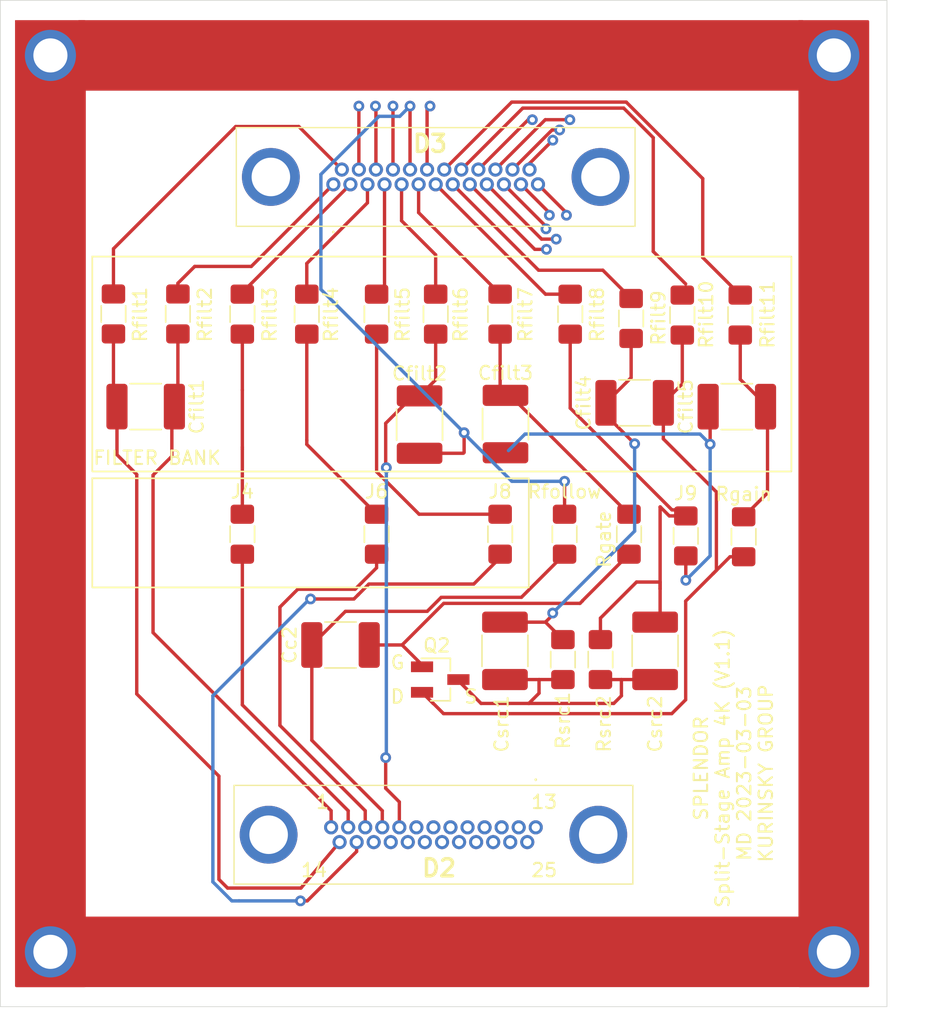
<source format=kicad_pcb>
(kicad_pcb (version 20211014) (generator pcbnew)
  (title_block (title "Split-stage HEMT amplifier 4K board") (date "2022-09-07") (rev "1.0"))
  (layers (0 "F.Cu" signal) (31 "B.Cu" signal) (34 "B.Paste" user) (35 "F.Paste" user) (36 "B.SilkS" user "B.Silkscreen") (37 "F.SilkS" user "F.Silkscreen") (38 "B.Mask" user) (39 "F.Mask" user) (44 "Edge.Cuts" user))
  (net 0 "")
  (net 1 "1")
  (net 2 "14")
  (net 3 "21")
  (net 4 "20")
  (net 5 "17")
  (net 6 "GNDF")
  (net 7 "SOURCE")
  (net 8 "DRAIN")
  (net 9 "GATE")
  (net 10 "7")
  (net 11 "8")
  (net 12 "c")
  (net 13 "d")
  (net 14 "2")
  (net 15 "3")
  (net 16 "4m")
  (net 17 "e")
  (net 18 "g")
  (net 19 "18")
  (net 20 "CF5")
  (net 21 "CS1")
  (net 22 "J9-Rfilt8")
  (net 23 "J8")
  (footprint "Capacitor_SMD:C_1812_4532Metric_Pad1.57x3.40mm_HandSolder" (layer "F.Cu") (at 73.406 87.122 180)
    (fp_text reference "Сfilt4" (at 3.8 0 90) (layer "F.SilkS"))
    (fp_text value "С")
    (fp_line (start -1.161252 -1.71) (end 1.161252 -1.71) (layer "F.SilkS") (width 0.12))
    (fp_line (start -1.161252 1.71) (end 1.161252 1.71) (layer "F.SilkS") (width 0.12))
    (pad "2" smd roundrect (at 2.1375 0 180) (size 1.575 3.4) (layers "F.Cu" "F.Paste" "F.Mask") (roundrect_rratio 0.1587301587) (net 21 "CS1"))
    (pad "8" smd roundrect (at -2.1375 0 180) (size 1.575 3.4) (layers "F.Cu" "F.Paste" "F.Mask") (roundrect_rratio 0.1587301587) (net 8 "DRAIN"))
  )
  (footprint "MyFootprintLibrary:SOT-23-Handsolder" (layer "F.Cu") (at 58.92 107.726)
    (fp_text reference "Q2" (at -0.254 -2.54) (layer "F.SilkS"))
    (fp_text value "Q_NJFET_GDS")
    (fp_text user "G" (at -3.175 -1.27) (layer "F.SilkS"))
    (fp_text user "D" (at -3.175 1.27) (layer "F.SilkS"))
    (fp_line (start 0.76 1.58) (end 0.76 0.65) (layer "F.SilkS") (width 0.12))
    (fp_line (start 0.76 1.58) (end -0.7 1.58) (layer "F.SilkS") (width 0.12))
    (fp_line (start 0.76 -1.58) (end -1.4 -1.58) (layer "F.SilkS") (width 0.12))
    (fp_line (start 0.76 -1.58) (end 0.76 -0.65) (layer "F.SilkS") (width 0.12))
    (pad "1" smd rect locked (at -1.35 -0.95) (size 1.65 0.8) (layers "F.Cu" "F.Paste" "F.Mask") (net 9 "GATE"))
    (pad "2" smd rect locked (at -1.35 0.95) (size 1.65 0.8) (layers "F.Cu" "F.Paste" "F.Mask") (net 8 "DRAIN"))
    (pad "3" smd rect locked (at 1.36 0) (size 1.65 0.8) (layers "F.Cu" "F.Paste" "F.Mask") (net 7 "SOURCE"))
  )
  (footprint "" (layer "F.Cu") (at 29.892 129.520401)
    (fp_text reference "" (at 0 0) (layer "F.SilkS") (effects (font (size 1.27 1.27))))
    (fp_text value "" (at 0 0) (layer "F.SilkS") (effects (font (size 1.27 1.27))))
    (pad "1" thru_hole circle (at 0 -1.519401) (size 3.81 3.81) (drill 2.54) (layers *.Cu *.Mask) (net 6 "GNDF"))
  )
  (footprint "Resistor_SMD:R_1206_3216Metric_Pad1.42x1.75mm_HandSolder" (layer "F.Cu") (at 70.858 106.2385 90)
    (fp_text reference "Rsrc2" (at -4.7895 0.254 270) (layer "F.SilkS"))
    (fp_text value "R")
    (fp_line (start -0.602064 -0.91) (end 0.602064 -0.91) (layer "F.SilkS") (width 0.12))
    (fp_line (start -0.602064 0.91) (end 0.602064 0.91) (layer "F.SilkS") (width 0.12))
    (pad "1" smd roundrect locked (at -1.4875 0 90) (size 1.425 1.75) (layers "F.Cu" "F.Paste" "F.Mask") (roundrect_rratio 0.1754385965) (net 7 "SOURCE"))
    (pad "2" smd roundrect locked (at 1.4875 0 90) (size 1.425 1.75) (layers "F.Cu" "F.Paste" "F.Mask") (roundrect_rratio 0.1754385965) (net 12 "c"))
  )
  (footprint "Resistor_SMD:R_1206_3216Metric_Pad1.42x1.75mm_HandSolder" (layer "F.Cu") (at 68.186856 96.901599 90)
    (fp_text reference "Rfollow" (at 3.175 0) (layer "F.SilkS"))
    (fp_text value "R")
    (fp_line (start -0.602064 -0.91) (end 0.602064 -0.91) (layer "F.SilkS") (width 0.12))
    (fp_line (start -0.602064 0.91) (end 0.602064 0.91) (layer "F.SilkS") (width 0.12))
    (pad "1" smd roundrect locked (at -1.4875 0 90) (size 1.425 1.75) (layers "F.Cu" "F.Paste" "F.Mask") (roundrect_rratio 0.1754385965) (net 13 "d"))
    (pad "2" smd roundrect locked (at 1.4875 0 90) (size 1.425 1.75) (layers "F.Cu" "F.Paste" "F.Mask") (roundrect_rratio 0.1754385965) (net 19 "18"))
  )
  (footprint "MyFootprintLibrary:0p1 inch mounting hole" (layer "F.Cu") (at 29.362144 61.340401)
    (fp_text reference "J2" hide)
    (fp_text value "Conn_01x01" hide)
    (pad "1" thru_hole circle (at 0.529856 -0.089401) (size 3.81 3.81) (drill 2.54) (layers *.Cu *.Mask) (net 6 "GNDF"))
  )
  (footprint "Capacitor_SMD:C_1812_4532Metric_Pad1.57x3.40mm_HandSolder" (layer "F.Cu") (at 81.018 87.406 180)
    (fp_text reference "Сfilt5" (at 3.8 0 90) (layer "F.SilkS"))
    (fp_text value "С")
    (fp_line (start -1.161252 1.71) (end 1.161252 1.71) (layer "F.SilkS") (width 0.12))
    (fp_line (start -1.161252 -1.71) (end 1.161252 -1.71) (layer "F.SilkS") (width 0.12))
    (pad "1" smd roundrect (at -2.1375 0 180) (size 1.575 3.4) (layers "F.Cu" "F.Paste" "F.Mask") (roundrect_rratio 0.1587301587))
    (pad "2" smd roundrect (at 2.1375 0 180) (size 1.575 3.4) (layers "F.Cu" "F.Paste" "F.Mask") (roundrect_rratio 0.1587301587) (net 20 "CF5"))
  )
  (footprint "Capacitor_SMD:C_1812_4532Metric_Pad1.57x3.40mm_HandSolder" (layer "F.Cu") (at 63.786856 88.701599 90)
    (fp_text reference "Сfilt3" (at 3.8 0) (layer "F.SilkS"))
    (fp_text value "С")
    (fp_line (start -1.161252 -1.71) (end 1.161252 -1.71) (layer "F.SilkS") (width 0.12))
    (fp_line (start -1.161252 1.71) (end 1.161252 1.71) (layer "F.SilkS") (width 0.12))
    (pad "1" smd roundrect (at -2.1375 0 90) (size 1.575 3.4) (layers "F.Cu" "F.Paste" "F.Mask") (roundrect_rratio 0.1587301587) (net 20 "CF5"))
    (pad "2" smd roundrect (at 2.1375 0 90) (size 1.575 3.4) (layers "F.Cu" "F.Paste" "F.Mask") (roundrect_rratio 0.1587301587) (net 17 "e"))
  )
  (footprint "KiCad:380025213L001" (layer "F.Cu") (at 58.586856 70.201599 180)
    (fp_text reference "D3" (at 0.420856 2.383599) (layer "F.SilkS") (effects (font (size 1.27 1.27) (thickness 0.254))))
    (fp_text value "380025213L001" hide)
    (fp_line (start 7.62 -4.25) (end 7.62 -4.25) (layer "F.SilkS") (width 0.1))
    (fp_line (start -14.85 -3.775) (end 14.85 -3.775) (layer "F.SilkS") (width 0.1))
    (fp_line (start 14.85 3.575) (end -14.85 3.575) (layer "F.SilkS") (width 0.1))
    (fp_line (start -14.85 3.575) (end -14.85 -3.775) (layer "F.SilkS") (width 0.1))
    (fp_line (start 7.62 -4.15) (end 7.62 -4.15) (layer "F.SilkS") (width 0.1))
    (fp_line (start 14.85 -3.775) (end 14.85 3.575) (layer "F.SilkS") (width 0.1))
    (fp_arc (start 7.62 -4.25) (mid 7.67 -4.2) (end 7.62 -4.15) (layer "F.SilkS") (width 0.1))
    (fp_arc (start 7.62 -4.15) (mid 7.57 -4.2) (end 7.62 -4.25) (layer "F.SilkS") (width 0.1))
    (pad "1" thru_hole circle (at 7.62 -0.65 180) (size 1.05 1.05) (drill 0.61) (layers *.Cu *.Mask) (net 1 "1"))
    (pad "2" thru_hole circle (at 6.35 -0.65 180) (size 1.05 1.05) (drill 0.61) (layers *.Cu *.Mask) (net 14 "2"))
    (pad "3" thru_hole circle (at 5.08 -0.65 180) (size 1.05 1.05) (drill 0.61) (layers *.Cu *.Mask) (net 15 "3"))
    (pad "4" thru_hole circle (at 3.81 -0.65 180) (size 1.05 1.05) (drill 0.61) (layers *.Cu *.Mask))
    (pad "5" thru_hole circle (at 2.54 -0.65 180) (size 1.05 1.05) (drill 0.61) (layers *.Cu *.Mask))
    (pad "6" thru_hole circle (at 1.27 -0.65 180) (size 1.05 1.05) (drill 0.61) (layers *.Cu *.Mask))
    (pad "7" thru_hole circle (at 0 -0.65 180) (size 1.05 1.05) (drill 0.61) (layers *.Cu *.Mask) (net 10 "7"))
    (pad "8" thru_hole circle (at -1.27 -0.65 180) (size 1.05 1.05) (drill 0.61) (layers *.Cu *.Mask) (net 11 "8"))
    (pad "9" thru_hole circle (at -2.54 -0.65 180) (size 1.05 1.05) (drill 0.61) (layers *.Cu *.Mask))
    (pad "10" thru_hole circle (at -3.81 -0.65 180) (size 1.05 1.05) (drill 0.61) (layers *.Cu *.Mask))
    (pad "11" thru_hole circle (at -5.08 -0.65 180) (size 1.05 1.05) (drill 0.61) (layers *.Cu *.Mask))
    (pad "12" thru_hole circle (at -6.35 -0.65 180) (size 1.05 1.05) (drill 0.61) (layers *.Cu *.Mask))
    (pad "13" thru_hole circle (at -7.62 -0.65 180) (size 1.05 1.05) (drill 0.61) (layers *.Cu *.Mask))
    (pad "14" thru_hole circle (at 6.99 0.45 180) (size 1.05 1.05) (drill 0.61) (layers *.Cu *.Mask) (net 2 "14"))
    (pad "15" thru_hole circle (at 5.72 0.45 180) (size 1.05 1.05) (drill 0.61) (layers *.Cu *.Mask))
    (pad "16" thru_hole circle (at 4.45 0.45 180) (size 1.05 1.05) (drill 0.61) (layers *.Cu *.Mask))
    (pad "17" thru_hole circle (at 3.18 0.45 180) (size 1.05 1.05) (drill 0.61) (layers *.Cu *.Mask))
    (pad "18" thru_hole circle (at 1.91 0.45 180) (size 1.05 1.05) (drill 0.61) (layers *.Cu *.Mask) (net 19 "18"))
    (pad "19" thru_hole circle (at 0.64 0.45 180) (size 1.05 1.05) (drill 0.61) (layers *.Cu *.Mask))
    (pad "20" thru_hole circle (at -0.64 0.45 180) (size 1.05 1.05) (drill 0.61) (layers *.Cu *.Mask) (net 4 "20"))
    (pad "21" thru_hole circle (at -1.91 0.45 180) (size 1.05 1.05) (drill 0.61) (layers *.Cu *.Mask) (net 3 "21"))
    (pad "22" thru_hole circle (at -3.18 0.45 180) (size 1.05 1.05) (drill 0.61) (layers *.Cu *.Mask))
    (pad "23" thru_hole circle (at -4.45 0.45 180) (size 1.05 1.05) (drill 0.61) (layers *.Cu *.Mask))
    (pad "24" thru_hole circle (at -5.72 0.45 180) (size 1.05 1.05) (drill 0.61) (layers *.Cu *.Mask))
    (pad "25" thru_hole circle (at -6.99 0.45 180) (size 1.05 1.05) (drill 0.61) (layers *.Cu *.Mask))
    (pad "MH1" thru_hole circle (at -12.275 -0.1 180) (size 4.305 4.305) (drill 2.87) (layers *.Cu *.Mask))
    (pad "MH2" thru_hole circle (at 12.275 -0.1 180) (size 4.305 4.305) (drill 2.87) (layers *.Cu *.Mask))
  )
  (footprint "Resistor_SMD:R_1206_3216Metric_Pad1.42x1.75mm_HandSolder" (layer "F.Cu") (at 44.186856 96.901599 90)
    (fp_text reference "J4" (at 3.175 0) (layer "F.SilkS"))
    (fp_text value "R")
    (fp_line (start -0.602064 -0.91) (end 0.602064 -0.91) (layer "F.SilkS") (width 0.12))
    (fp_line (start -0.602064 0.91) (end 0.602064 0.91) (layer "F.SilkS") (width 0.12))
    (pad "1" smd roundrect locked (at -1.4875 0 90) (size 1.425 1.75) (layers "F.Cu" "F.Paste" "F.Mask") (roundrect_rratio 0.1754385965))
    (pad "2" smd roundrect locked (at 1.4875 0 90) (size 1.425 1.75) (layers "F.Cu" "F.Paste" "F.Mask") (roundrect_rratio 0.1754385965))
  )
  (footprint "Connector_Dsub:mdm25-male-footprint" (layer "F.Cu") (at 58.42 119.38)
    (fp_text reference "D2" (at 0.420856 2.383599) (layer "F.SilkS") (effects (font (size 1.27 1.27) (thickness 0.254))))
    (fp_text value "Conn_01x25_Male" hide)
    (fp_text user "13" (at 8.255 -2.54) (layer "F.SilkS"))
    (fp_text user "25" (at 8.255 2.54) (layer "F.SilkS"))
    (fp_text user "14" (at -8.89 2.54) (layer "F.SilkS"))
    (fp_text user "1" (at -8.255 -2.54) (layer "F.SilkS"))
    (fp_line (start 14.85 -3.775) (end 14.85 3.575) (layer "F.SilkS") (width 0.1))
    (fp_line (start 14.85 3.575) (end -14.85 3.575) (layer "F.SilkS") (width 0.1))
    (fp_line (start -14.85 -3.775) (end 14.85 -3.775) (layer "F.SilkS") (width 0.1))
    (fp_line (start 7.62 -4.15) (end 7.62 -4.15) (layer "F.SilkS") (width 0.1))
    (fp_line (start 7.62 -4.25) (end 7.62 -4.25) (layer "F.SilkS") (width 0.1))
    (fp_line (start -14.85 3.575) (end -14.85 -3.775) (layer "F.SilkS") (width 0.1))
    (fp_arc (start 7.62 -4.15) (mid 7.57 -4.2) (end 7.62 -4.25) (layer "F.SilkS") (width 0.1))
    (fp_arc (start 7.62 -4.25) (mid 7.67 -4.2) (end 7.62 -4.15) (layer "F.SilkS") (width 0.1))
    (pad "1" thru_hole circle (at -7.62 -0.65) (size 1.05 1.05) (drill 0.61) (layers *.Cu *.Mask))
    (pad "2" thru_hole circle (at -6.35 -0.65) (size 1.05 1.05) (drill 0.61) (layers *.Cu *.Mask))
    (pad "3" thru_hole circle (at -5.08 -0.65) (size 1.05 1.05) (drill 0.61) (layers *.Cu *.Mask))
    (pad "4" thru_hole circle (at -3.81 -0.65) (size 1.05 1.05) (drill 0.61) (layers *.Cu *.Mask) (net 13 "d"))
    (pad "5" thru_hole circle (at -2.54 -0.65) (size 1.05 1.05) (drill 0.61) (layers *.Cu *.Mask) (net 18 "g"))
    (pad "6" thru_hole circle (at -1.27 -0.65) (size 1.05 1.05) (drill 0.61) (layers *.Cu *.Mask))
    (pad "7" thru_hole circle (at 0 -0.65) (size 1.05 1.05) (drill 0.61) (layers *.Cu *.Mask))
    (pad "8" thru_hole circle (at 1.27 -0.65) (size 1.05 1.05) (drill 0.61) (layers *.Cu *.Mask))
    (pad "9" thru_hole circle (at 2.54 -0.65) (size 1.05 1.05) (drill 0.61) (layers *.Cu *.Mask))
    (pad "10" thru_hole circle (at 3.81 -0.65) (size 1.05 1.05) (drill 0.61) (layers *.Cu *.Mask))
    (pad "11" thru_hole circle (at 5.08 -0.65) (size 1.05 1.05) (drill 0.61) (layers *.Cu *.Mask))
    (pad "12" thru_hole circle (at 6.35 -0.65) (size 1.05 1.05) (drill 0.61) (layers *.Cu *.Mask))
    (pad "13" thru_hole circle (at 7.62 -0.65) (size 1.05 1.05) (drill 0.61) (layers *.Cu *.Mask))
    (pad "14" thru_hole circle (at -6.99 0.45) (size 1.05 1.05) (drill 0.61) (layers *.Cu *.Mask) (net 16 "4m"))
    (pad "15" thru_hole circle (at -5.72 0.45) (size 1.05 1.05) (drill 0.61) (layers *.Cu *.Mask) (net 16 "4m"))
    (pad "16" thru_hole circle (at -4.45 0.45) (size 1.05 1.05) (drill 0.61) (layers *.Cu *.Mask))
    (pad "17" thru_hole circle (at -3.18 0.45) (size 1.05 1.05) (drill 0.61) (layers *.Cu *.Mask) (net 5 "17"))
    (pad "18" thru_hole circle (at -1.91 0.45) (size 1.05 1.05) (drill 0.61) (layers *.Cu *.Mask))
    (pad "19" thru_hole circle (at -0.64 0.45) (size 1.05 1.05) (drill 0.61) (layers *.Cu *.Mask))
    (pad "20" thru_hole circle (at 0.64 0.45) (size 1.05 1.05) (drill 0.61) (layers *.Cu *.Mask))
    (pad "21" thru_hole circle (at 1.91 0.45) (size 1.05 1.05) (drill 0.61) (layers *.Cu *.Mask))
    (pad "22" thru_hole circle (at 3.18 0.45) (size 1.05 1.05) (drill 0.61) (layers *.Cu *.Mask))
    (pad "23" thru_hole circle (at 4.45 0.45) (size 1.05 1.05) (drill 0.61) (layers *.Cu *.Mask))
    (pad "24" thru_hole circle (at 5.72 0.45) (size 1.05 1.05) (drill 0.61) (layers *.Cu *.Mask))
    (pad "25" thru_hole circle (at 6.99 0.45) (size 1.05 1.05) (drill 0.61) (layers *.Cu *.Mask))
    (pad "MH1" thru_hole circle (at -12.275 -0.1) (size 4.305 4.305) (drill 2.87) (layers *.Cu *.Mask))
    (pad "MH2" thru_hole circle (at 12.275 -0.1) (size 4.305 4.305) (drill 2.87) (layers *.Cu *.Mask))
  )
  (footprint "Capacitor_SMD:C_1812_4532Metric_Pad1.57x3.40mm_HandSolder" (layer "F.Cu") (at 57.386856 88.739099 90)
    (fp_text reference "Сfilt2" (at 3.8 0) (layer "F.SilkS"))
    (fp_text value "С")
    (fp_line (start -1.161252 1.71) (end 1.161252 1.71) (layer "F.SilkS") (width 0.12))
    (fp_line (start -1.161252 -1.71) (end 1.161252 -1.71) (layer "F.SilkS") (width 0.12))
    (pad "1" smd roundrect (at -2.1375 0 90) (size 1.575 3.4) (layers "F.Cu" "F.Paste" "F.Mask") (roundrect_rratio 0.1587301587) (net 19 "18"))
    (pad "2" smd roundrect (at 2.1375 0 90) (size 1.575 3.4) (layers "F.Cu" "F.Paste" "F.Mask") (roundrect_rratio 0.1587301587) (net 18 "g"))
  )
  (footprint "Resistor_SMD:R_1206_3216Metric_Pad1.42x1.75mm_HandSolder" (layer "F.Cu") (at 58.586856 80.514099 90)
    (fp_text reference "Rfilt6" (at -0.033901 1.857144 90) (layer "F.SilkS"))
    (fp_text value "R")
    (fp_line (start -0.602064 -0.91) (end 0.602064 -0.91) (layer "F.SilkS") (width 0.12))
    (fp_line (start -0.602064 0.91) (end 0.602064 0.91) (layer "F.SilkS") (width 0.12))
    (pad "1" smd roundrect locked (at -1.4875 0 90) (size 1.425 1.75) (layers "F.Cu" "F.Paste" "F.Mask") (roundrect_rratio 0.1754385965) (net 18 "g"))
    (pad "2" smd roundrect locked (at 1.4875 0 90) (size 1.425 1.75) (layers "F.Cu" "F.Paste" "F.Mask") (roundrect_rratio 0.1754385965))
  )
  (footprint "Capacitor_SMD:C_1812_4532Metric_Pad1.57x3.40mm_HandSolder" (layer "F.Cu") (at 36.986856 87.401599)
    (fp_text reference "Сfilt1" (at 3.8 0 90) (layer "F.SilkS"))
    (fp_text value "С")
    (fp_line (start -1.161252 -1.71) (end 1.161252 -1.71) (layer "F.SilkS") (width 0.12))
    (fp_line (start -1.161252 1.71) (end 1.161252 1.71) (layer "F.SilkS") (width 0.12))
    (pad "1" smd roundrect (at -2.1375 0) (size 1.575 3.4) (layers "F.Cu" "F.Paste" "F.Mask") (roundrect_rratio 0.1587301587) (net 16 "4m"))
    (pad "2" smd roundrect (at 2.1375 0) (size 1.575 3.4) (layers "F.Cu" "F.Paste" "F.Mask") (roundrect_rratio 0.1587301587))
  )
  (footprint "Resistor_SMD:R_1206_3216Metric_Pad1.42x1.75mm_HandSolder" (layer "F.Cu") (at 72.986856 96.901599 90)
    (fp_text reference "Rgate" (at -0.380401 -1.866856 90) (layer "F.SilkS"))
    (fp_text value "R")
    (fp_line (start -0.602064 0.91) (end 0.602064 0.91) (layer "F.SilkS") (width 0.12))
    (fp_line (start -0.602064 -0.91) (end 0.602064 -0.91) (layer "F.SilkS") (width 0.12))
    (pad "1" smd roundrect locked (at -1.4875 0 90) (size 1.425 1.75) (layers "F.Cu" "F.Paste" "F.Mask") (roundrect_rratio 0.1754385965) (net 9 "GATE"))
    (pad "2" smd roundrect locked (at 1.4875 0 90) (size 1.425 1.75) (layers "F.Cu" "F.Paste" "F.Mask") (roundrect_rratio 0.1754385965) (net 17 "e"))
  )
  (footprint "Resistor_SMD:R_1206_3216Metric_Pad1.42x1.75mm_HandSolder" (layer "F.Cu") (at 77.2165 97.03 90)
    (fp_text reference "J9" (at 3.175 0) (layer "F.SilkS"))
    (fp_text value "R")
    (fp_line (start -0.602064 0.91) (end 0.602064 0.91) (layer "F.SilkS") (width 0.12))
    (fp_line (start -0.602064 -0.91) (end 0.602064 -0.91) (layer "F.SilkS") (width 0.12))
    (pad "1" smd roundrect locked (at -1.4875 0 90) (size 1.425 1.75) (layers "F.Cu" "F.Paste" "F.Mask") (roundrect_rratio 0.1754385965) (net 20 "CF5"))
    (pad "2" smd roundrect locked (at 1.4875 0 90) (size 1.425 1.75) (layers "F.Cu" "F.Paste" "F.Mask") (roundrect_rratio 0.1754385965) (net 22 "J9-Rfilt8"))
  )
  (footprint "Capacitor_SMD:C_1812_4532Metric_Pad1.57x3.40mm_HandSolder" (layer "F.Cu") (at 74.93 105.5885 90)
    (fp_text reference "Сsrc2" (at -5.4395 0 90) (layer "F.SilkS"))
    (fp_text value "С")
    (fp_line (start -1.161252 -1.71) (end 1.161252 -1.71) (layer "F.SilkS") (width 0.12))
    (fp_line (start -1.161252 1.71) (end 1.161252 1.71) (layer "F.SilkS") (width 0.12))
    (pad "1" smd roundrect (at -2.1375 0 90) (size 1.575 3.4) (layers "F.Cu" "F.Paste" "F.Mask") (roundrect_rratio 0.1587301587) (net 7 "SOURCE"))
    (pad "2" smd roundrect (at 2.1375 0 90) (size 1.575 3.4) (layers "F.Cu" "F.Paste" "F.Mask") (roundrect_rratio 0.1587301587) (net 12 "c"))
  )
  (footprint "" (layer "F.Cu") (at 95.242 133.126)
    (fp_text reference "" (at 0 0) (layer "F.SilkS") (effects (font (size 1.27 1.27))))
    (fp_text value "" (at 0 0) (layer "F.SilkS") (effects (font (size 1.27 1.27))))
    (pad "1" thru_hole circle (at -7 -5.125) (size 3.81 3.81) (drill 2.54) (layers *.Cu *.Mask) (net 6 "GNDF"))
  )
  (footprint "Resistor_SMD:R_1206_3216Metric_Pad1.42x1.75mm_HandSolder" (layer "F.Cu") (at 73.144 80.8385 90)
    (fp_text reference "Rfilt9" (at 0.0365 2.032 270) (layer "F.SilkS"))
    (fp_text value "R")
    (fp_line (start -0.602064 0.91) (end 0.602064 0.91) (layer "F.SilkS") (width 0.12))
    (fp_line (start -0.602064 -0.91) (end 0.602064 -0.91) (layer "F.SilkS") (width 0.12))
    (pad "1" smd roundrect locked (at -1.4875 0 90) (size 1.425 1.75) (layers "F.Cu" "F.Paste" "F.Mask") (roundrect_rratio 0.1754385965) (net 21 "CS1"))
    (pad "2" smd roundrect locked (at 1.4875 0 90) (size 1.425 1.75) (layers "F.Cu" "F.Paste" "F.Mask") (roundrect_rratio 0.1754385965) (net 11 "8"))
  )
  (footprint "Resistor_SMD:R_1206_3216Metric_Pad1.42x1.75mm_HandSolder" (layer "F.Cu") (at 68.064 106.2385 -90)
    (fp_text reference "Rsrc1" (at 4.5355 0 90) (layer "F.SilkS"))
    (fp_text value "R")
    (fp_line (start -0.602064 0.91) (end 0.602064 0.91) (layer "F.SilkS") (width 0.12))
    (fp_line (start -0.602064 -0.91) (end 0.602064 -0.91) (layer "F.SilkS") (width 0.12))
    (pad "1" smd roundrect locked (at -1.4875 0 270) (size 1.425 1.75) (layers "F.Cu" "F.Paste" "F.Mask") (roundrect_rratio 0.1754385965) (net 21 "CS1"))
    (pad "2" smd roundrect locked (at 1.4875 0 270) (size 1.425 1.75) (layers "F.Cu" "F.Paste" "F.Mask") (roundrect_rratio 0.1754385965) (net 7 "SOURCE"))
  )
  (footprint "Resistor_SMD:R_1206_3216Metric_Pad1.42x1.75mm_HandSolder" (layer "F.Cu") (at 68.6065 80.5185 90)
    (fp_text reference "Rfilt8" (at -0.0295 1.9975 90) (layer "F.SilkS"))
    (fp_text value "R")
    (fp_line (start -0.602064 0.91) (end 0.602064 0.91) (layer "F.SilkS") (width 0.12))
    (fp_line (start -0.602064 -0.91) (end 0.602064 -0.91) (layer "F.SilkS") (width 0.12))
    (pad "1" smd roundrect locked (at -1.4875 0 90) (size 1.425 1.75) (layers "F.Cu" "F.Paste" "F.Mask") (roundrect_rratio 0.1754385965) (net 22 "J9-Rfilt8"))
    (pad "2" smd roundrect locked (at 1.4875 0 90) (size 1.425 1.75) (layers "F.Cu" "F.Paste" "F.Mask") (roundrect_rratio 0.1754385965) (net 10 "7"))
  )
  (footprint "Resistor_SMD:R_1206_3216Metric_Pad1.42x1.75mm_HandSolder" (layer "F.Cu") (at 54.186856 80.514099 90)
    (fp_text reference "Rfilt5" (at -0.033901 1.939144 90) (layer "F.SilkS"))
    (fp_text value "R")
    (fp_line (start -0.602064 -0.91) (end 0.602064 -0.91) (layer "F.SilkS") (width 0.12))
    (fp_line (start -0.602064 0.91) (end 0.602064 0.91) (layer "F.SilkS") (width 0.12))
    (pad "1" smd roundrect locked (at -1.4875 0 90) (size 1.425 1.75) (layers "F.Cu" "F.Paste" "F.Mask") (roundrect_rratio 0.1754385965) (net 23 "J8"))
    (pad "2" smd roundrect locked (at 1.4875 0 90) (size 1.425 1.75) (layers "F.Cu" "F.Paste" "F.Mask") (roundrect_rratio 0.1754385965))
  )
  (footprint "MyFootprintLibrary:0p1 inch mounting hole" (layer "F.Cu") (at 89.092 60.301)
    (fp_text reference "J2" hide)
    (fp_text value "Conn_01x01" hide)
    (pad "1" thru_hole circle (at -0.85 0.95) (size 3.81 3.81) (drill 2.54) (layers *.Cu *.Mask) (net 6 "GNDF"))
  )
  (footprint "Resistor_SMD:R_1206_3216Metric_Pad1.42x1.75mm_HandSolder" (layer "F.Cu") (at 81.272 80.5845 90)
    (fp_text reference "Rfilt11" (at 0.0365 2.032 90) (layer "F.SilkS"))
    (fp_text value "R")
    (fp_line (start -0.602064 0.91) (end 0.602064 0.91) (layer "F.SilkS") (width 0.12))
    (fp_line (start -0.602064 -0.91) (end 0.602064 -0.91) (layer "F.SilkS") (width 0.12))
    (pad "1" smd roundrect locked (at -1.4875 0 90) (size 1.425 1.75) (layers "F.Cu" "F.Paste" "F.Mask") (roundrect_rratio 0.1754385965))
    (pad "2" smd roundrect locked (at 1.4875 0 90) (size 1.425 1.75) (layers "F.Cu" "F.Paste" "F.Mask") (roundrect_rratio 0.1754385965) (net 4 "20"))
  )
  (footprint "Resistor_SMD:R_1206_3216Metric_Pad1.42x1.75mm_HandSolder" (layer "F.Cu") (at 48.986856 80.514099 90)
    (fp_text reference "Rfilt4" (at -0.033901 1.805144 90) (layer "F.SilkS"))
    (fp_text value "R")
    (fp_line (start -0.602064 -0.91) (end 0.602064 -0.91) (layer "F.SilkS") (width 0.12))
    (fp_line (start -0.602064 0.91) (end 0.602064 0.91) (layer "F.SilkS") (width 0.12))
    (pad "1" smd roundrect locked (at -1.4875 0 90) (size 1.425 1.75) (layers "F.Cu" "F.Paste" "F.Mask") (roundrect_rratio 0.1754385965))
    (pad "2" smd roundrect locked (at 1.4875 0 90) (size 1.425 1.75) (layers "F.Cu" "F.Paste" "F.Mask") (roundrect_rratio 0.1754385965) (net 15 "3"))
  )
  (footprint "Resistor_SMD:R_1206_3216Metric_Pad1.42x1.75mm_HandSolder" (layer "F.Cu") (at 63.386856 80.514099 90)
    (fp_text reference "Rfilt7" (at -0.033901 1.883144 90) (layer "F.SilkS"))
    (fp_text value "R")
    (fp_line (start -0.602064 -0.91) (end 0.602064 -0.91) (layer "F.SilkS") (width 0.12))
    (fp_line (start -0.602064 0.91) (end 0.602064 0.91) (layer "F.SilkS") (width 0.12))
    (pad "1" smd roundrect locked (at -1.4875 0 90) (size 1.425 1.75) (layers "F.Cu" "F.Paste" "F.Mask") (roundrect_rratio 0.1754385965) (net 17 "e"))
    (pad "2" smd roundrect locked (at 1.4875 0 90) (size 1.425 1.75) (layers "F.Cu" "F.Paste" "F.Mask") (roundrect_rratio 0.1754385965))
  )
  (footprint "Resistor_SMD:R_1206_3216Metric_Pad1.42x1.75mm_HandSolder" (layer "F.Cu") (at 76.954 80.5845 90)
    (fp_text reference "Rfilt10" (at 0.0365 1.778 90) (layer "F.SilkS"))
    (fp_text value "R")
    (fp_line (start -0.602064 0.91) (end 0.602064 0.91) (layer "F.SilkS") (width 0.12))
    (fp_line (start -0.602064 -0.91) (end 0.602064 -0.91) (layer "F.SilkS") (width 0.12))
    (pad "1" smd roundrect locked (at -1.4875 0 90) (size 1.425 1.75) (layers "F.Cu" "F.Paste" "F.Mask") (roundrect_rratio 0.1754385965) (net 8 "DRAIN"))
    (pad "2" smd roundrect locked (at 1.4875 0 90) (size 1.425 1.75) (layers "F.Cu" "F.Paste" "F.Mask") (roundrect_rratio 0.1754385965) (net 3 "21"))
  )
  (footprint "Capacitor_SMD:C_1812_4532Metric_Pad1.57x3.40mm_HandSolder" (layer "F.Cu") (at 51.499356 105.151599 180)
    (fp_text reference "Сc2" (at 3.8 0 90) (layer "F.SilkS"))
    (fp_text value "С")
    (fp_line (start -1.161252 -1.71) (end 1.161252 -1.71) (layer "F.SilkS") (width 0.12))
    (fp_line (start -1.161252 1.71) (end 1.161252 1.71) (layer "F.SilkS") (width 0.12))
    (pad "1" smd roundrect (at -2.1375 0 180) (size 1.575 3.4) (layers "F.Cu" "F.Paste" "F.Mask") (roundrect_rratio 0.1587301587) (net 9 "GATE"))
    (pad "2" smd roundrect (at 2.1375 0 180) (size 1.575 3.4) (layers "F.Cu" "F.Paste" "F.Mask") (roundrect_rratio 0.1587301587) (net 13 "d"))
  )
  (footprint "Resistor_SMD:R_1206_3216Metric_Pad1.42x1.75mm_HandSolder" (layer "F.Cu") (at 39.386856 80.501599 90)
    (fp_text reference "Rfilt2" (at -0.046401 2.007144 90) (layer "F.SilkS"))
    (fp_text value "R")
    (fp_line (start -0.602064 0.91) (end 0.602064 0.91) (layer "F.SilkS") (width 0.12))
    (fp_line (start -0.602064 -0.91) (end 0.602064 -0.91) (layer "F.SilkS") (width 0.12))
    (pad "1" smd roundrect locked (at -1.4875 0 90) (size 1.425 1.75) (layers "F.Cu" "F.Paste" "F.Mask") (roundrect_rratio 0.1754385965))
    (pad "2" smd roundrect locked (at 1.4875 0 90) (size 1.425 1.75) (layers "F.Cu" "F.Paste" "F.Mask") (roundrect_rratio 0.1754385965) (net 1 "1"))
  )
  (footprint "Capacitor_SMD:C_1812_4532Metric_Pad1.57x3.40mm_HandSolder" (layer "F.Cu") (at 63.746 105.5885 -90)
    (fp_text reference "Сsrc1" (at 5.4395 0.254 90) (layer "F.SilkS"))
    (fp_text value "С")
    (fp_line (start -1.161252 -1.71) (end 1.161252 -1.71) (layer "F.SilkS") (width 0.12))
    (fp_line (start -1.161252 1.71) (end 1.161252 1.71) (layer "F.SilkS") (width 0.12))
    (pad "1" smd roundrect (at -2.1375 0 270) (size 1.575 3.4) (layers "F.Cu" "F.Paste" "F.Mask") (roundrect_rratio 0.1587301587) (net 21 "CS1"))
    (pad "2" smd roundrect (at 2.1375 0 270) (size 1.575 3.4) (layers "F.Cu" "F.Paste" "F.Mask") (roundrect_rratio 0.1587301587) (net 7 "SOURCE"))
  )
  (footprint "Resistor_SMD:R_1206_3216Metric_Pad1.42x1.75mm_HandSolder" (layer "F.Cu") (at 54.186856 96.901599 90)
    (fp_text reference "J6" (at 3.175 0) (layer "F.SilkS"))
    (fp_text value "R")
    (fp_line (start -0.602064 -0.91) (end 0.602064 -0.91) (layer "F.SilkS") (width 0.12))
    (fp_line (start -0.602064 0.91) (end 0.602064 0.91) (layer "F.SilkS") (width 0.12))
    (pad "1" smd roundrect locked (at -1.4875 0 90) (size 1.425 1.75) (layers "F.Cu" "F.Paste" "F.Mask") (roundrect_rratio 0.1754385965))
    (pad "2" smd roundrect locked (at 1.4875 0 90) (size 1.425 1.75) (layers "F.Cu" "F.Paste" "F.Mask") (roundrect_rratio 0.1754385965))
  )
  (footprint "Resistor_SMD:R_1206_3216Metric_Pad1.42x1.75mm_HandSolder" (layer "F.Cu") (at 63.386856 96.901599 90)
    (fp_text reference "J8" (at 3.175 0) (layer "F.SilkS"))
    (fp_text value "R")
    (fp_line (start -0.602064 -0.91) (end 0.602064 -0.91) (layer "F.SilkS") (width 0.12))
    (fp_line (start -0.602064 0.91) (end 0.602064 0.91) (layer "F.SilkS") (width 0.12))
    (pad "1" smd roundrect locked (at -1.4875 0 90) (size 1.425 1.75) (layers "F.Cu" "F.Paste" "F.Mask") (roundrect_rratio 0.1754385965) (net 16 "4m"))
    (pad "2" smd roundrect locked (at 1.4875 0 90) (size 1.425 1.75) (layers "F.Cu" "F.Paste" "F.Mask") (roundrect_rratio 0.1754385965) (net 23 "J8"))
  )
  (footprint "Resistor_SMD:R_1206_3216Metric_Pad1.42x1.75mm_HandSolder" (layer "F.Cu") (at 81.526 97.0945 90)
    (fp_text reference "Rgain" (at 3.175 0) (layer "F.SilkS"))
    (fp_text value "R")
    (fp_line (start -0.602064 -0.91) (end 0.602064 -0.91) (layer "F.SilkS") (width 0.12))
    (fp_line (start -0.602064 0.91) (end 0.602064 0.91) (layer "F.SilkS") (width 0.12))
    (pad "1" smd roundrect locked (at -1.4875 0 90) (size 1.425 1.75) (layers "F.Cu" "F.Paste" "F.Mask") (roundrect_rratio 0.1754385965) (net 8 "DRAIN"))
    (pad "2" smd roundrect locked (at 1.4875 0 90) (size 1.425 1.75) (layers "F.Cu" "F.Paste" "F.Mask") (roundrect_rratio 0.1754385965))
  )
  (footprint "Resistor_SMD:R_1206_3216Metric_Pad1.42x1.75mm_HandSolder" (layer "F.Cu") (at 44.186856 80.514099 90)
    (fp_text reference "Rfilt3" (at -0.033901 2.033144 90) (layer "F.SilkS"))
    (fp_text value "R")
    (fp_line (start -0.602064 0.91) (end 0.602064 0.91) (layer "F.SilkS") (width 0.12))
    (fp_line (start -0.602064 -0.91) (end 0.602064 -0.91) (layer "F.SilkS") (width 0.12))
    (pad "1" smd roundrect locked (at -1.4875 0 90) (size 1.425 1.75) (layers "F.Cu" "F.Paste" "F.Mask") (roundrect_rratio 0.1754385965))
    (pad "2" smd roundrect locked (at 1.4875 0 90) (size 1.425 1.75) (layers "F.Cu" "F.Paste" "F.Mask") (roundrect_rratio 0.1754385965) (net 14 "2"))
  )
  (footprint "Resistor_SMD:R_1206_3216Metric_Pad1.42x1.75mm_HandSolder" (layer "F.Cu") (at 34.586856 80.501599 90)
    (fp_text reference "Rfilt1" (at -0.046401 1.981144 90) (layer "F.SilkS"))
    (fp_text value "R")
    (fp_line (start -0.602064 -0.91) (end 0.602064 -0.91) (layer "F.SilkS") (width 0.12))
    (fp_line (start -0.602064 0.91) (end 0.602064 0.91) (layer "F.SilkS") (width 0.12))
    (pad "1" smd roundrect locked (at -1.4875 0 90) (size 1.425 1.75) (layers "F.Cu" "F.Paste" "F.Mask") (roundrect_rratio 0.1754385965) (net 16 "4m"))
    (pad "2" smd roundrect locked (at 1.4875 0 90) (size 1.425 1.75) (layers "F.Cu" "F.Paste" "F.Mask") (roundrect_rratio 0.1754385965) (net 2 "14"))
  )
  (gr_rect (start 32.032 125.476) (end 85.852 130.526) (layer "F.Cu") (width 0.2) (fill solid))
  (gr_rect (start 32.082 58.726) (end 85.902 63.776) (layer "F.Cu") (width 0.2) (fill solid))
  (gr_rect (start 85.707 58.726) (end 90.777 130.536) (layer "F.Cu") (width 0.2) (fill solid))
  (gr_rect (start 27.357 58.726) (end 32.427 130.536) (layer "F.Cu") (width 0.2) (fill solid))
  (gr_rect (start 33.012 76.23) (end 85.082 92.232) (layer "F.SilkS") (width 0.12) (fill none))
  (gr_rect (start 33.012 92.74) (end 65.524 100.868) (layer "F.SilkS") (width 0.12) (fill none))
  (gr_rect (start 26.162 57.15) (end 92.202 132.08) (layer "Edge.Cuts") (width 0.05) (fill none))
  (gr_text "FILTER BANK" (at 37.838 91.216) (layer "F.SilkS") (effects (font (size 1 1))))
  (gr_text "S" (at 61.206 108.996) (layer "F.SilkS") (effects (font (size 1 1))))
  (gr_text "SPLENDOR\nSplit-Stage Amp 4K (V1.1)\nMD 2023-03-03 \nKURINSKY GROUP " (at 80.764 114.33 90) (layer "F.SilkS") (effects (font (size 1 1))))
  (segment (start 44.186856 90.431144) (end 44.186856 90.570856) (width 0.25) (layer "F.Cu") (net 0))
  (segment (start 56.046856 73.561599) (end 58.586856 76.101599) (width 0.25) (layer "F.Cu") (net 0))
  (segment (start 38.936856 91.101599) (end 37.536856 92.501599) (width 0.25) (layer "F.Cu") (net 0))
  (segment (start 54.186856 99.401599) (end 52.586856 101.001599) (width 0.25) (layer "F.Cu") (net 0))
  (segment (start 52.586856 101.001599) (end 48.314064 101.001599) (width 0.25) (layer "F.Cu") (net 0))
  (segment (start 58.586856 76.101599) (end 58.586856 79.026599) (width 0.25) (layer "F.Cu") (net 0))
  (segment (start 48.314064 101.001599) (end 46.986856 102.328807) (width 0.25) (layer "F.Cu") (net 0))
  (segment (start 67.818 66.802) (end 67.256455 66.802) (width 0.25) (layer "F.Cu") (net 0))
  (segment (start 65.576856 69.297144) (end 65.576856 69.751599) (width 0.25) (layer "F.Cu") (net 0))
  (segment (start 66.802 73.986743) (end 63.666856 70.851599) (width 0.25) (layer "F.Cu") (net 0))
  (segment (start 56.046856 70.851599) (end 56.046856 73.561599) (width 0.25) (layer "F.Cu") (net 0))
  (segment (start 52.07 117.494743) (end 52.07 118.73) (width 0.25) (layer "F.Cu") (net 0))
  (segment (start 65.786 66.04) (end 65.478455 66.04) (width 0.25) (layer "F.Cu") (net 0))
  (segment (start 68.58 66.04) (end 66.748455 66.04) (width 0.25) (layer "F.Cu") (net 0))
  (segment (start 65.478455 66.04) (end 61.766856 69.751599) (width 0.25) (layer "F.Cu") (net 0))
  (segment (start 68.326 72.970743) (end 66.206856 70.851599) (width 0.25) (layer "F.Cu") (net 0))
  (segment (start 65.967257 75.692) (end 61.126856 70.851599) (width 0.25) (layer "F.Cu") (net 0))
  (segment (start 67.056 73.152) (end 67.056 72.970743) (width 0.25) (layer "F.Cu") (net 0))
  (segment (start 52.866856 69.751599) (end 52.866856 65.024) (width 0.25) (layer "F.Cu") (net 0))
  (segment (start 67.31 67.564) (end 65.576856 69.297144) (width 0.25) (layer "F.Cu") (net 0))
  (segment (start 83.304 87.406) (end 83.304 93.829) (width 0.25) (layer "F.Cu") (net 0))
  (segment (start 68.326 73.152) (end 68.326 72.970743) (width 0.25) (layer "F.Cu") (net 0))
  (segment (start 66.802 74.168) (end 66.802 73.986743) (width 0.25) (layer "F.Cu") (net 0))
  (segment (start 66.475257 74.93) (end 62.396856 70.851599) (width 0.25) (layer "F.Cu") (net 0))
  (segment (start 54.186856 98.389099) (end 54.186856 99.401599) (width 0.25) (layer "F.Cu") (net 0))
  (segment (start 44.186856 86.165203) (end 44.186856 90.431144) (width 0.25) (layer "F.Cu") (net 0))
  (segment (start 54.186856 95.414099) (end 48.986856 90.214099) (width 0.25) (layer "F.Cu") (net 0))
  (segment (start 46.986856 111.141599) (end 53.34 117.494743) (width 0.25) (layer "F.Cu") (net 0))
  (segment (start 53.34 117.494743) (end 53.34 118.73) (width 0.25) (layer "F.Cu") (net 0))
  (segment (start 54.136856 65.058856) (end 54.136856 69.751599) (width 0.25) (layer "F.Cu") (net 0))
  (segment (start 39.386856 87.139099) (end 39.124356 87.401599) (width 0.25) (layer "F.Cu") (net 0))
  (segment (start 54.102 65.024) (end 54.136856 65.058856) (width 0.25) (layer "F.Cu") (net 0))
  (segment (start 37.536856 104.231599) (end 50.8 117.494743) (width 0.25) (layer "F.Cu") (net 0))
  (segment (start 39.124356 87.401599) (end 38.936856 87.589099) (width 0.25) (layer "F.Cu") (net 0))
  (segment (start 57.316856 70.851599) (end 57.316856 72.956599) (width 0.25) (layer "F.Cu") (net 0))
  (segment (start 54.776856 78.436599) (end 54.186856 79.026599) (width 0.25) (layer "F.Cu") (net 0))
  (segment (start 83.304 93.829) (end 81.526 95.607) (width 0.25) (layer "F.Cu") (net 0))
  (segment (start 57.946856 65.243144) (end 58.166 65.024) (width 0.25) (layer "F.Cu") (net 0))
  (segment (start 57.316856 72.956599) (end 63.386856 79.026599) (width 0.25) (layer "F.Cu") (net 0))
  (segment (start 38.936856 87.589099) (end 38.936856 91.101599) (width 0.25) (layer "F.Cu") (net 0))
  (segment (start 50.8 117.494743) (end 50.8 118.73) (width 0.25) (layer "F.Cu") (net 0))
  (segment (start 37.536856 92.501599) (end 37.536856 104.231599) (width 0.25) (layer "F.Cu") (net 0))
  (segment (start 46.986856 102.328807) (end 46.986856 111.141599) (width 0.25) (layer "F.Cu") (net 0))
  (segment (start 67.256455 66.802) (end 64.306856 69.751599) (width 0.25) (layer "F.Cu") (net 0))
  (segment (start 66.748455 66.04) (end 63.036856 69.751599) (width 0.25) (layer "F.Cu") (net 0))
  (segment (start 44.186856 98.389099) (end 44.186856 109.611599) (width 0.25) (layer "F.Cu") (net 0))
  (segment (start 81.272 85.374) (end 83.304 87.406) (width 0.25) (layer "F.Cu") (net 0))
  (segment (start 55.406856 69.751599) (end 55.406856 65.024) (width 0.25) (layer "F.Cu") (net 0))
  (segment (start 66.836856 75.692) (end 65.967257 75.692) (width 0.25) (layer "F.Cu") (net 0))
  (segment (start 44.186856 90.570856) (end 44.186856 95.414099) (width 0.25) (layer "F.Cu") (net 0))
  (segment (start 48.986856 90.214099) (end 48.986856 89.901599) (width 0.25) (layer "F.Cu") (net 0))
  (segment (start 57.946856 69.751599) (end 57.946856 65.243144) (width 0.25) (layer "F.Cu") (net 0))
  (segment (start 81.272 82.072) (end 81.272 85.374) (width 0.25) (layer "F.Cu") (net 0))
  (segment (start 44.186856 82.001599) (end 44.186856 86.165203) (width 0.25) (layer "F.Cu") (net 0))
  (segment (start 67.056 72.970743) (end 64.936856 70.851599) (width 0.25) (layer "F.Cu") (net 0))
  (segment (start 44.186856 109.611599) (end 52.07 117.494743) (width 0.25) (layer "F.Cu") (net 0))
  (segment (start 48.986856 82.001599) (end 48.986856 89.901599) (width 0.25) (layer "F.Cu") (net 0))
  (segment (start 67.564 74.93) (end 66.475257 74.93) (width 0.25) (layer "F.Cu") (net 0))
  (segment (start 54.776856 70.851599) (end 54.776856 78.436599) (width 0.25) (layer "F.Cu") (net 0))
  (segment (start 39.386856 81.989099) (end 39.386856 87.139099) (width 0.25) (layer "F.Cu") (net 0))
  (via (at 65.786 66.04) (size 0.8) (drill 0.4) (layers "F.Cu" "B.Cu") (net 0))
  (via (at 68.58 66.04) (size 0.8) (drill 0.4) (layers "F.Cu" "B.Cu") (net 0))
  (via (at 58.166 65.024) (size 0.8) (drill 0.4) (layers "F.Cu" "B.Cu") (net 0))
  (via (at 67.564 74.93) (size 0.8) (drill 0.4) (layers "F.Cu" "B.Cu") (net 0))
  (via (at 54.102 65.024) (size 0.8) (drill 0.4) (layers "F.Cu" "B.Cu") (net 0))
  (via (at 68.326 73.152) (size 0.8) (drill 0.4) (layers "F.Cu" "B.Cu") (net 0))
  (via (at 52.866856 65.024) (size 0.8) (drill 0.4) (layers "F.Cu" "B.Cu") (net 0))
  (via (at 67.31 67.564) (size 0.8) (drill 0.4) (layers "F.Cu" "B.Cu") (net 0))
  (via (at 67.056 73.152) (size 0.8) (drill 0.4) (layers "F.Cu" "B.Cu") (net 0))
  (via (at 55.406856 65.024) (size 0.8) (drill 0.4) (layers "F.Cu" "B.Cu") (net 0))
  (via (at 66.836856 75.692) (size 0.8) (drill 0.4) (layers "F.Cu" "B.Cu") (net 0))
  (via (at 67.818 66.802) (size 0.8) (drill 0.4) (layers "F.Cu" "B.Cu") (net 0))
  (via (at 66.802 74.168) (size 0.8) (drill 0.4) (layers "F.Cu" "B.Cu") (net 0))
  (segment (start 39.386856 79.014099) (end 39.386856 78.215144) (width 0.25) (layer "F.Cu") (net 1))
  (segment (start 44.856454 76.962) (end 40.64 76.962) (width 0.25) (layer "F.Cu") (net 1))
  (segment (start 49.225227 72.593227) (end 44.856454 76.962) (width 0.25) (layer "F.Cu") (net 1))
  (segment (start 50.966856 70.851599) (end 49.225227 72.593227) (width 0.25) (layer "F.Cu") (net 1))
  (segment (start 39.386856 78.215144) (end 40.64 76.962) (width 0.25) (layer "F.Cu") (net 1))
  (segment (start 48.393257 66.548) (end 43.688 66.548) (width 0.25) (layer "F.Cu") (net 2))
  (segment (start 34.586856 75.649144) (end 34.586856 79.014099) (width 0.25) (layer "F.Cu") (net 2))
  (segment (start 43.688 66.548) (end 34.586856 75.649144) (width 0.25) (layer "F.Cu") (net 2))
  (segment (start 51.596856 69.751599) (end 48.393257 66.548) (width 0.25) (layer "F.Cu") (net 2))
  (segment (start 72.592 65.176) (end 74.792 67.376) (width 0.25) (layer "F.Cu") (net 3))
  (segment (start 60.496856 69.751599) (end 65.072455 65.176) (width 0.25) (layer "F.Cu") (net 3))
  (segment (start 65.072455 65.176) (end 72.592 65.176) (width 0.25) (layer "F.Cu") (net 3))
  (segment (start 74.792 67.376) (end 74.792 75.852) (width 0.25) (layer "F.Cu") (net 3))
  (segment (start 74.792 75.852) (end 77.208 78.268) (width 0.25) (layer "F.Cu") (net 3))
  (segment (start 59.226856 69.751599) (end 64.252455 64.726) (width 0.25) (layer "F.Cu") (net 4))
  (segment (start 72.778396 64.726) (end 78.478 70.425604) (width 0.25) (layer "F.Cu") (net 4))
  (segment (start 64.252455 64.726) (end 72.778396 64.726) (width 0.25) (layer "F.Cu") (net 4))
  (segment (start 78.478 70.425604) (end 78.478 76.303) (width 0.25) (layer "F.Cu") (net 4))
  (segment (start 78.478 76.303) (end 81.272 79.097) (width 0.25) (layer "F.Cu") (net 4))
  (segment (start 72.42 107.726) (end 74.93 107.726) (width 0.25) (layer "F.Cu") (net 7))
  (segment (start 66.286 107.726) (end 66.286 108.742) (width 0.25) (layer "F.Cu") (net 7))
  (segment (start 71.852 109.504) (end 65.524 109.504) (width 0.25) (layer "F.Cu") (net 7))
  (segment (start 66.286 107.726) (end 68.064 107.726) (width 0.25) (layer "F.Cu") (net 7))
  (segment (start 61.968 109.504) (end 60.28 107.816) (width 0.25) (layer "F.Cu") (net 7))
  (segment (start 72.42 108.936) (end 71.852 109.504) (width 0.25) (layer "F.Cu") (net 7))
  (segment (start 70.858 107.726) (end 72.42 107.726) (width 0.25) (layer "F.Cu") (net 7))
  (segment (start 72.42 107.726) (end 72.42 108.936) (width 0.25) (layer "F.Cu") (net 7))
  (segment (start 66.286 108.742) (end 65.524 109.504) (width 0.25) (layer "F.Cu") (net 7))
  (segment (start 65.524 109.504) (end 61.968 109.504) (width 0.25) (layer "F.Cu") (net 7))
  (segment (start 64.508 107.726) (end 66.286 107.726) (width 0.25) (layer "F.Cu") (net 7))
  (segment (start 60.28 107.816) (end 60.28 107.726) (width 0.25) (layer "F.Cu") (net 7))
  (segment (start 75.5435 89.8055) (end 79.494 93.756) (width 0.25) (layer "F.Cu") (net 8))
  (segment (start 79.24 99.852) (end 77.208 101.884) (width 0.25) (layer "F.Cu") (net 8))
  (segment (start 81.526 98.582) (end 80.51 98.582) (width 0.25) (layer "F.Cu") (net 8))
  (segment (start 76.954 85.7115) (end 75.5435 87.122) (width 0.25) (layer "F.Cu") (net 8))
  (segment (start 75.5435 87.122) (end 75.5435 89.8055) (width 0.25) (layer "F.Cu") (net 8))
  (segment (start 80.51 98.582) (end 79.24 99.852) (width 0.25) (layer "F.Cu") (net 8))
  (segment (start 76.17 110.266) (end 59.174 110.266) (width 0.25) (layer "F.Cu") (net 8))
  (segment (start 79.494 99.598) (end 79.24 99.852) (width 0.25) (layer "F.Cu") (net 8))
  (segment (start 76.954 82.072) (end 76.954 85.7115) (width 0.25) (layer "F.Cu") (net 8))
  (segment (start 59.174 110.266) (end 58.412 109.504) (width 0.25) (layer "F.Cu") (net 8))
  (segment (start 58.398 109.504) (end 57.57 108.676) (width 0.25) (layer "F.Cu") (net 8))
  (segment (start 58.412 109.504) (end 58.398 109.504) (width 0.25) (layer "F.Cu") (net 8))
  (segment (start 79.494 93.756) (end 79.494 99.598) (width 0.25) (layer "F.Cu") (net 8))
  (segment (start 77.208 109.228) (end 76.17 110.266) (width 0.25) (layer "F.Cu") (net 8))
  (segment (start 77.208 101.884) (end 77.208 109.228) (width 0.25) (layer "F.Cu") (net 8))
  (segment (start 69.524356 101.851599) (end 69.524356 101.864099) (width 0.25) (layer "F.Cu") (net 9))
  (segment (start 56.086856 105.151599) (end 53.836856 105.151599) (width 0.25) (layer "F.Cu") (net 9))
  (segment (start 69.524356 101.864099) (end 69.336856 102.051599) (width 0.25) (layer "F.Cu") (net 9))
  (segment (start 57.57 106.634743) (end 56.086856 105.151599) (width 0.25) (layer "F.Cu") (net 9))
  (segment (start 57.57 106.776) (end 57.57 106.634743) (width 0.25) (layer "F.Cu") (net 9))
  (segment (start 69.336856 102.051599) (end 59.186856 102.051599) (width 0.25) (layer "F.Cu") (net 9))
  (segment (start 59.186856 102.051599) (end 56.086856 105.151599) (width 0.25) (layer "F.Cu") (net 9))
  (segment (start 72.986856 98.389099) (end 69.524356 101.851599) (width 0.25) (layer "F.Cu") (net 9))
  (segment (start 58.586856 70.851599) (end 66.766257 79.031) (width 0.25) (layer "F.Cu") (net 10))
  (segment (start 66.766257 79.031) (end 68.6065 79.031) (width 0.25) (layer "F.Cu") (net 10))
  (segment (start 66.251257 77.246) (end 71.039 77.246) (width 0.25) (layer "F.Cu") (net 11))
  (segment (start 71.039 77.246) (end 73.144 79.351) (width 0.25) (layer "F.Cu") (net 11))
  (segment (start 59.856856 70.851599) (end 66.251257 77.246) (width 0.25) (layer "F.Cu") (net 11))
  (segment (start 75.311 94.869) (end 75.9845 95.5425) (width 0.25) (layer "F.Cu") (net 12))
  (segment (start 75.303 103.078) (end 74.93 103.451) (width 0.25) (layer "F.Cu") (net 12))
  (segment (start 73.547 100.465) (end 75.303 100.465) (width 0.25) (layer "F.Cu") (net 12))
  (segment (start 75.303 100.973) (end 75.303 103.078) (width 0.25) (layer "F.Cu") (net 12))
  (segment (start 75.303 94.877) (end 75.303 100.973) (width 0.25) (layer "F.Cu") (net 12))
  (segment (start 70.858 103.154) (end 73.547 100.465) (width 0.25) (layer "F.Cu") (net 12))
  (segment (start 70.858 103.154) (end 70.858 104.751) (width 0.25) (layer "F.Cu") (net 12))
  (segment (start 75.303 100.465) (end 75.303 100.973) (width 0.25) (layer "F.Cu") (net 12))
  (segment (start 75.9845 95.5425) (end 77.2165 95.5425) (width 0.25) (layer "F.Cu") (net 12))
  (segment (start 75.311 94.869) (end 75.303 94.877) (width 0.25) (layer "F.Cu") (net 12))
  (segment (start 64.974356 101.601599) (end 68.186856 98.389099) (width 0.25) (layer "F.Cu") (net 13))
  (segment (start 54.61 117.494743) (end 54.61 118.73) (width 0.25) (layer "F.Cu") (net 13))
  (segment (start 49.361856 105.151599) (end 49.361856 112.246599) (width 0.25) (layer "F.Cu") (net 13))
  (segment (start 49.361856 112.246599) (end 54.61 117.494743) (width 0.25) (layer "F.Cu") (net 13))
  (segment (start 57.956059 102.646) (end 59.00046 101.601599) (width 0.25) (layer "F.Cu") (net 13))
  (segment (start 51.867455 102.646) (end 57.956059 102.646) (width 0.25) (layer "F.Cu") (net 13))
  (segment (start 49.361856 105.151599) (end 51.867455 102.646) (width 0.25) (layer "F.Cu") (net 13))
  (segment (start 59.00046 101.601599) (end 64.974356 101.601599) (width 0.25) (layer "F.Cu") (net 13))
  (segment (start 44.186856 78.901599) (end 44.186856 79.026599) (width 0.25) (layer "F.Cu") (net 14))
  (segment (start 52.236856 70.851599) (end 44.186856 78.901599) (width 0.25) (layer "F.Cu") (net 14))
  (segment (start 53.506856 70.851599) (end 53.506856 72.223144) (width 0.25) (layer "F.Cu") (net 15))
  (segment (start 48.986856 76.743144) (end 48.986856 79.026599) (width 0.25) (layer "F.Cu") (net 15))
  (segment (start 53.506856 72.223144) (end 48.986856 76.743144) (width 0.25) (layer "F.Cu") (net 15))
  (segment (start 42.442 114.916) (end 42.442 122.606) (width 0.25) (layer "F.Cu") (net 16))
  (segment (start 61.424455 100.614) (end 63.386856 98.651599) (width 0.25) (layer "F.Cu") (net 16))
  (segment (start 49.268 101.726099) (end 52.498752 101.726099) (width 0.25) (layer "F.Cu") (net 16))
  (segment (start 53.610851 100.614) (end 61.424455 100.614) (width 0.25) (layer "F.Cu") (net 16))
  (segment (start 52.773252 101.451599) (end 53.610851 100.614) (width 0.25) (layer "F.Cu") (net 16))
  (segment (start 48.514 124.206) (end 49.022 124.206) (width 0.25) (layer "F.Cu") (net 16))
  (segment (start 48.551856 123.251599) (end 51.43 119.83) (width 0.25) (layer "F.Cu") (net 16))
  (segment (start 52.498752 101.726099) (end 52.855426 101.369425) (width 0.25) (layer "F.Cu") (net 16))
  (segment (start 63.386856 98.651599) (end 63.386856 98.389099) (width 0.25) (layer "F.Cu") (net 16))
  (segment (start 52.7 120.528) (end 52.7 119.83) (width 0.25) (layer "F.Cu") (net 16))
  (segment (start 42.442 122.606) (end 43.087599 123.251599) (width 0.25) (layer "F.Cu") (net 16))
  (segment (start 34.849356 87.401599) (end 34.849356 90.983356) (width 0.25) (layer "F.Cu") (net 16))
  (segment (start 34.586856 87.664099) (end 34.798 87.875243) (width 0.25) (layer "F.Cu") (net 16))
  (segment (start 34.849356 90.983356) (end 36.322 92.456) (width 0.25) (layer "F.Cu") (net 16))
  (segment (start 36.322 92.456) (end 36.322 108.796) (width 0.25) (layer "F.Cu") (net 16))
  (segment (start 49.022 124.206) (end 52.7 120.528) (width 0.25) (layer "F.Cu") (net 16))
  (segment (start 43.087599 123.251599) (end 48.551856 123.251599) (width 0.25) (layer "F.Cu") (net 16))
  (segment (start 34.586856 81.989099) (end 34.586856 87.139099) (width 0.25) (layer "F.Cu") (net 16))
  (segment (start 36.322 108.796) (end 42.442 114.916) (width 0.25) (layer "F.Cu") (net 16))
  (via (at 48.514 124.206) (size 0.8) (drill 0.4) (layers "F.Cu" "B.Cu") (net 16))
  (via (at 49.268 101.726099) (size 0.8) (drill 0.4) (layers "F.Cu" "B.Cu") (net 16))
  (segment (start 41.992 122.792396) (end 43.405604 124.206) (width 0.25) (layer "B.Cu") (net 16))
  (segment (start 41.992 108.929604) (end 41.992 122.792396) (width 0.25) (layer "B.Cu") (net 16))
  (segment (start 49.195505 101.726099) (end 41.992 108.929604) (width 0.25) (layer "B.Cu") (net 16))
  (segment (start 43.942 124.206) (end 48.514 124.206) (width 0.25) (layer "B.Cu") (net 16))
  (segment (start 43.405604 124.206) (end 43.942 124.206) (width 0.25) (layer "B.Cu") (net 16))
  (segment (start 64.136856 86.564099) (end 72.986856 95.414099) (width 0.25) (layer "F.Cu") (net 17))
  (segment (start 63.386856 82.001599) (end 63.386856 86.164099) (width 0.25) (layer "F.Cu") (net 17))
  (segment (start 63.786856 86.564099) (end 64.136856 86.564099) (width 0.25) (layer "F.Cu") (net 17))
  (segment (start 58.586856 85.401599) (end 57.386856 86.601599) (width 0.25) (layer "F.Cu") (net 18))
  (segment (start 54.864 113.538) (end 54.864 115.824) (width 0.25) (layer "F.Cu") (net 18))
  (segment (start 54.864 91.948) (end 54.864 88.646) (width 0.25) (layer "F.Cu") (net 18))
  (segment (start 54.864 115.824) (end 55.88 116.84) (width 0.25) (layer "F.Cu") (net 18))
  (segment (start 56.908401 86.601599) (end 57.386856 86.601599) (width 0.25) (layer "F.Cu") (net 18))
  (segment (start 55.88 116.84) (end 55.88 118.73) (width 0.25) (layer "F.Cu") (net 18))
  (segment (start 54.864 88.646) (end 56.908401 86.601599) (width 0.25) (layer "F.Cu") (net 18))
  (segment (start 58.586856 82.001599) (end 58.586856 85.401599) (width 0.25) (layer "F.Cu") (net 18))
  (via (at 54.864 113.538) (size 0.8) (drill 0.4) (layers "F.Cu" "B.Cu") (net 18))
  (via (at 54.911356 91.948) (size 0.8) (drill 0.4) (layers "F.Cu" "B.Cu") (net 18))
  (segment (start 54.911356 91.948) (end 54.911356 113.490644) (width 0.25) (layer "B.Cu") (net 18))
  (segment (start 54.911356 113.490644) (end 54.864 113.538) (width 0.25) (layer "B.Cu") (net 18))
  (segment (start 56.676856 69.751599) (end 56.676856 65.024) (width 0.25) (layer "F.Cu") (net 19))
  (segment (start 60.706 89.343879) (end 60.706 90.821198) (width 0.25) (layer "F.Cu") (net 19))
  (segment (start 57.386856 90.876599) (end 60.650599 90.876599) (width 0.25) (layer "F.Cu") (net 19))
  (segment (start 68.186856 92.964) (end 68.186856 95.414099) (width 0.25) (layer "F.Cu") (net 19))
  (via (at 60.706 89.343879) (size 0.8) (drill 0.4) (layers "F.Cu" "B.Cu") (net 19))
  (via (at 56.676856 65.024) (size 0.8) (drill 0.4) (layers "F.Cu" "B.Cu") (net 19))
  (via (at 68.186856 92.964) (size 0.8) (drill 0.4) (layers "F.Cu" "B.Cu") (net 19))
  (segment (start 56.676856 65.024) (end 55.914856 65.786) (width 0.25) (layer "B.Cu") (net 19))
  (segment (start 68.186856 92.964) (end 64.262 92.964) (width 0.25) (layer "B.Cu") (net 19))
  (segment (start 64.262 92.964) (end 61.017513 89.719513) (width 0.25) (layer "B.Cu") (net 19))
  (segment (start 54.360373 65.786) (end 50.038 70.108373) (width 0.25) (layer "B.Cu") (net 19))
  (segment (start 61.017513 89.719513) (end 61.017513 89.70308) (width 0.25) (layer "B.Cu") (net 19))
  (segment (start 50.038 78.675879) (end 60.706 89.343879) (width 0.25) (layer "B.Cu") (net 19))
  (segment (start 55.914856 65.786) (end 54.360373 65.786) (width 0.25) (layer "B.Cu") (net 19))
  (segment (start 50.038 70.108373) (end 50.038 78.675879) (width 0.25) (layer "B.Cu") (net 19))
  (segment (start 79.029 87.406) (end 79.029 90.2) (width 0.25) (layer "F.Cu") (net 20))
  (segment (start 77.2165 98.5175) (end 77.2165 100.33) (width 0.25) (layer "F.Cu") (net 20))
  (segment (start 63.749356 90.876599) (end 63.786856 90.839099) (width 0.25) (layer "F.Cu") (net 20))
  (via (at 77.2165 100.33) (size 0.8) (drill 0.4) (layers "F.Cu" "B.Cu") (net 20))
  (via (at 79.029 90.2) (size 0.8) (drill 0.4) (layers "F.Cu" "B.Cu") (net 20))
  (segment (start 79.029 90.2) (end 79.029 98.5175) (width 0.25) (layer "B.Cu") (net 20))
  (segment (start 79.029 98.5175) (end 77.2165 100.33) (width 0.25) (layer "B.Cu") (net 20))
  (segment (start 65.241 89.445) (end 64.008 90.678) (width 0.25) (layer "B.Cu") (net 20))
  (segment (start 78.274 89.445) (end 65.241 89.445) (width 0.25) (layer "B.Cu") (net 20))
  (segment (start 79.029 90.2) (end 78.274 89.445) (width 0.25) (layer "B.Cu") (net 20))
  (segment (start 67.302 102.913) (end 66.764 103.451) (width 0.25) (layer "F.Cu") (net 21))
  (segment (start 73.406 89.916) (end 73.4405 89.9505) (width 0.25) (layer "F.Cu") (net 21))
  (segment (start 73.144 85.2465) (end 71.2685 87.122) (width 0.25) (layer "F.Cu") (net 21))
  (segment (start 73.144 82.326) (end 73.144 85.2465) (width 0.25) (layer "F.Cu") (net 21))
  (segment (start 71.2685 88.0325) (end 73.406 90.17) (width 0.25) (layer "F.Cu") (net 21))
  (segment (start 66.764 103.451) (end 68.064 104.751) (width 0.25) (layer "F.Cu") (net 21))
  (segment (start 71.2685 87.122) (end 71.2685 88.0325) (width 0.25) (layer "F.Cu") (net 21))
  (segment (start 67.302 102.776099) (end 67.302 102.913) (width 0.25) (layer "F.Cu") (net 21))
  (segment (start 63.746 103.451) (end 66.764 103.451) (width 0.25) (layer "F.Cu") (net 21))
  (via (at 73.406 90.17) (size 0.8) (drill 0.4) (layers "F.Cu" "B.Cu") (net 21))
  (via (at 67.302 102.776099) (size 0.8) (drill 0.4) (layers "F.Cu" "B.Cu") (net 21))
  (segment (start 73.406 96.672099) (end 67.302 102.776099) (width 0.25) (layer "B.Cu") (net 21))
  (segment (start 73.406 90.17) (end 73.406 96.672099) (width 0.25) (layer "B.Cu") (net 21))
  (segment (start 76.7665 95.0925) (end 77.402896 95.0925) (width 0.25) (layer "F.Cu") (net 22))
  (segment (start 68.6065 82.006) (end 68.6065 87.514673) (width 0.25) (layer "F.Cu") (net 22))
  (segment (start 77.402896 95.0925) (end 77.534698 95.224302) (width 0.25) (layer "F.Cu") (net 22))
  (segment (start 68.6065 87.514673) (end 76.184327 95.0925) (width 0.25) (layer "F.Cu") (net 22))
  (segment (start 76.184327 95.0925) (end 77.402896 95.0925) (width 0.25) (layer "F.Cu") (net 22))
  (segment (start 54.186856 92.248805) (end 57.35215 95.414099) (width 0.25) (layer "F.Cu") (net 23))
  (segment (start 54.186856 82.001599) (end 54.186856 92.248805) (width 0.25) (layer "F.Cu") (net 23))
  (segment (start 57.35215 95.414099) (end 63.386856 95.414099) (width 0.25) (layer "F.Cu") (net 23))
)
</source>
